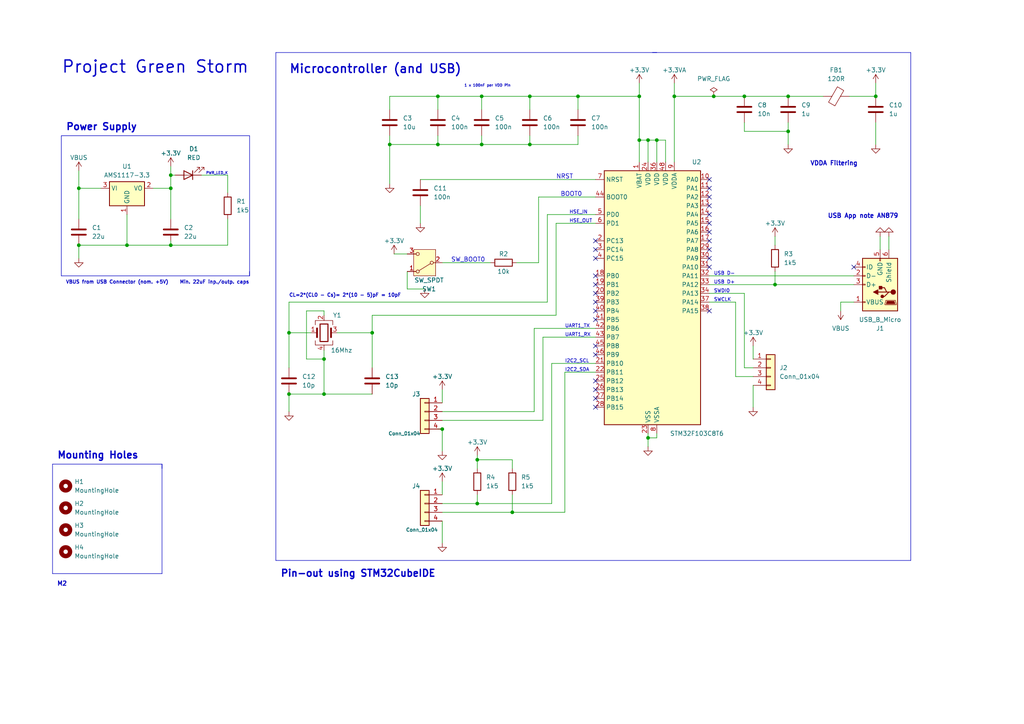
<source format=kicad_sch>
(kicad_sch (version 20230121) (generator eeschema)
  (paper "A4")
  (title_block (title "Project Green Storm") (date "2024-01-06") (rev "0.1") (company "Hotsauce Labs"))
  (lib_symbols
    (symbol "Connector:USB_B_Micro" (pin_names (offset 1.016))
      (property "Reference" "J" (at -5.08 11.43 0))
      (property "Value" "USB_B_Micro" (at -5.08 8.89 0))
      (symbol "USB_B_Micro_0_1"
        (rectangle (start -5.08 -7.62) (end 5.08 7.62) (stroke (width 0.254)) (fill (type background)))
        (circle (center -3.81 2.159) (radius 0.635) (stroke (width 0.254)) (fill (type outline)))
        (circle (center -0.635 3.429) (radius 0.381) (stroke (width 0.254)) (fill (type outline)))
        (rectangle (start -0.127 -7.62) (end 0.127 -6.858))
        (polyline (pts (xy -1.905 2.159) (xy 0.635 2.159)) (stroke (width 0.254)))
        (polyline (pts (xy -3.175 2.159) (xy -2.54 2.159) (xy -1.27 3.429) (xy -0.635 3.429)) (stroke (width 0.254)))
        (polyline (pts (xy -2.54 2.159) (xy -1.905 2.159) (xy -1.27 0.889) (xy 0 0.889)) (stroke (width 0.254)))
        (polyline (pts (xy 0.635 2.794) (xy 0.635 1.524) (xy 1.905 2.159) (xy 0.635 2.794)) (stroke (width 0.254)) (fill (type outline)))
        (polyline (pts (xy -4.318 5.588) (xy -1.778 5.588) (xy -2.032 4.826) (xy -4.064 4.826) (xy -4.318 5.588)) (fill (type outline)))
        (polyline (pts (xy -4.699 5.842) (xy -4.699 5.588) (xy -4.445 4.826) (xy -4.445 4.572) (xy -1.651 4.572) (xy -1.651 4.826) (xy -1.397 5.588) (xy -1.397 5.842) (xy -4.699 5.842)))
        (rectangle (start 0.254 1.27) (end -0.508 0.508) (stroke (width 0.254)) (fill (type outline)))
        (rectangle (start 5.08 -5.207) (end 4.318 -4.953))
        (rectangle (start 5.08 -2.667) (end 4.318 -2.413))
        (rectangle (start 5.08 -0.127) (end 4.318 0.127))
        (rectangle (start 5.08 4.953) (end 4.318 5.207))
      )
      (symbol "USB_B_Micro_1_1"
        (pin power_out line (at 7.62 5.08 180) (length 2.54) (name "VBUS") (number "1"))
        (pin bidirectional line (at 7.62 -2.54 180) (length 2.54) (name "D-") (number "2"))
        (pin bidirectional line (at 7.62 0 180) (length 2.54) (name "D+") (number "3"))
        (pin passive line (at 7.62 -5.08 180) (length 2.54) (name "ID") (number "4"))
        (pin power_out line (at 0 -10.16 90) (length 2.54) (name "GND") (number "5"))
        (pin passive line (at -2.54 -10.16 90) (length 2.54) (name "Shield") (number "6"))
      )
    )
    (symbol "Connector_Generic:Conn_01x04" (pin_names (offset 1.016) hide)
      (property "Reference" "J" (at 0 5.08 0))
      (property "Value" "Conn_01x04" (at 0 -7.62 0))
      (symbol "Conn_01x04_1_1"
        (rectangle (start -1.27 -4.953) (end 0 -5.207) (stroke (width 0.1524)))
        (rectangle (start -1.27 -2.413) (end 0 -2.667) (stroke (width 0.1524)))
        (rectangle (start -1.27 0.127) (end 0 -0.127) (stroke (width 0.1524)))
        (rectangle (start -1.27 2.667) (end 0 2.413) (stroke (width 0.1524)))
        (rectangle (start -1.27 3.81) (end 1.27 -6.35) (stroke (width 0.254)) (fill (type background)))
        (pin passive line (at -5.08 2.54 0) (length 3.81) (name "Pin_1") (number "1"))
        (pin passive line (at -5.08 0 0) (length 3.81) (name "Pin_2") (number "2"))
        (pin passive line (at -5.08 -2.54 0) (length 3.81) (name "Pin_3") (number "3"))
        (pin passive line (at -5.08 -5.08 0) (length 3.81) (name "Pin_4") (number "4"))
      )
    )
    (symbol "Device:C" (pin_numbers hide) (pin_names (offset 0.254))
      (property "Reference" "C" (at 0.635 2.54 0))
      (property "Value" "C" (at 0.635 -2.54 0))
      (symbol "C_0_1"
        (polyline (pts (xy -2.032 -0.762) (xy 2.032 -0.762)) (stroke (width 0.508)))
        (polyline (pts (xy -2.032 0.762) (xy 2.032 0.762)) (stroke (width 0.508)))
      )
      (symbol "C_1_1"
        (pin passive line (at 0 3.81 270) (length 2.794) (name "~") (number "1"))
        (pin passive line (at 0 -3.81 90) (length 2.794) (name "~") (number "2"))
      )
    )
    (symbol "Device:Crystal_GND24" (pin_names (offset 1.016) hide)
      (property "Reference" "Y" (at 3.175 5.08 0))
      (property "Value" "Crystal_GND24" (at 3.175 3.175 0))
      (symbol "Crystal_GND24_0_1"
        (rectangle (start -1.143 2.54) (end 1.143 -2.54) (stroke (width 0.3048)))
        (polyline (pts (xy -2.54 0) (xy -2.032 0)))
        (polyline (pts (xy -2.032 -1.27) (xy -2.032 1.27)) (stroke (width 0.508)))
        (polyline (pts (xy 0 -3.81) (xy 0 -3.556)))
        (polyline (pts (xy 0 3.556) (xy 0 3.81)))
        (polyline (pts (xy 2.032 -1.27) (xy 2.032 1.27)) (stroke (width 0.508)))
        (polyline (pts (xy 2.032 0) (xy 2.54 0)))
        (polyline (pts (xy -2.54 -2.286) (xy -2.54 -3.556) (xy 2.54 -3.556) (xy 2.54 -2.286)))
        (polyline (pts (xy -2.54 2.286) (xy -2.54 3.556) (xy 2.54 3.556) (xy 2.54 2.286)))
      )
      (symbol "Crystal_GND24_1_1"
        (pin passive line (at -3.81 0 0) (length 1.27) (name "1") (number "1"))
        (pin passive line (at 0 5.08 270) (length 1.27) (name "2") (number "2"))
        (pin passive line (at 3.81 0 180) (length 1.27) (name "3") (number "3"))
        (pin passive line (at 0 -5.08 90) (length 1.27) (name "4") (number "4"))
      )
    )
    (symbol "Device:FerriteBead" (pin_numbers hide) (pin_names (offset 0))
      (property "Reference" "FB" (at -3.81 0.635 90))
      (property "Value" "FerriteBead" (at 3.81 0 90))
      (symbol "FerriteBead_0_1"
        (polyline (pts (xy 0 -1.27) (xy 0 -1.2192)))
        (polyline (pts (xy 0 1.27) (xy 0 1.2954)))
        (polyline (pts (xy -2.7686 0.4064) (xy -1.7018 2.2606) (xy 2.7686 -0.3048) (xy 1.6764 -2.159) (xy -2.7686 0.4064)))
      )
      (symbol "FerriteBead_1_1"
        (pin passive line (at 0 3.81 270) (length 2.54) (name "~") (number "1"))
        (pin passive line (at 0 -3.81 90) (length 2.54) (name "~") (number "2"))
      )
    )
    (symbol "Device:LED" (pin_numbers hide) (pin_names (offset 1.016) hide)
      (property "Reference" "D" (at 0 2.54 0))
      (property "Value" "LED" (at 0 -2.54 0))
      (symbol "LED_0_1"
        (polyline (pts (xy -1.27 -1.27) (xy -1.27 1.27)) (stroke (width 0.254)))
        (polyline (pts (xy -1.27 0) (xy 1.27 0)))
        (polyline (pts (xy 1.27 -1.27) (xy 1.27 1.27) (xy -1.27 0) (xy 1.27 -1.27)) (stroke (width 0.254)))
        (polyline (pts (xy -3.048 -0.762) (xy -4.572 -2.286) (xy -3.81 -2.286) (xy -4.572 -2.286) (xy -4.572 -1.524)))
        (polyline (pts (xy -1.778 -0.762) (xy -3.302 -2.286) (xy -2.54 -2.286) (xy -3.302 -2.286) (xy -3.302 -1.524)))
      )
      (symbol "LED_1_1"
        (pin passive line (at -3.81 0 0) (length 2.54) (name "K") (number "1"))
        (pin passive line (at 3.81 0 180) (length 2.54) (name "A") (number "2"))
      )
    )
    (symbol "Device:R" (pin_numbers hide) (pin_names (offset 0) hide)
      (property "Reference" "R" (at 2.032 0 90))
      (property "Value" "R" (at 0 0 90))
      (symbol "R_0_1"
        (rectangle (start -1.016 -2.54) (end 1.016 2.54) (stroke (width 0.254)))
      )
      (symbol "R_1_1"
        (pin passive line (at 0 3.81 270) (length 1.27) (name "~") (number "1"))
        (pin passive line (at 0 -3.81 90) (length 1.27) (name "~") (number "2"))
      )
    )
    (symbol "GND_1" (power) (pin_numbers hide) (pin_names (offset 0) hide)
      (property "Value" "GND_1" (at 0 -3.81 0))
      (symbol "GND_1_0_1"
        (polyline (pts (xy 0 0) (xy 0 -1.27) (xy 1.27 -1.27) (xy 0 -2.54) (xy -1.27 -1.27) (xy 0 -1.27)))
      )
      (symbol "GND_1_1_1"
        (pin power_in line (at 0 0 270) (length 0) hide (name "GND") (number "1"))
      )
    )
    (symbol "GND_2" (power) (pin_numbers hide) (pin_names (offset 0) hide)
      (property "Value" "GND_2" (at 0 -3.81 0))
      (symbol "GND_2_0_1"
        (polyline (pts (xy 0 0) (xy 0 -1.27) (xy 1.27 -1.27) (xy 0 -2.54) (xy -1.27 -1.27) (xy 0 -1.27)))
      )
      (symbol "GND_2_1_1"
        (pin power_in line (at 0 0 270) (length 0) hide (name "GND") (number "1"))
      )
    )
    (symbol "MCU_ST_STM32F1:STM32F103C8Tx"
      (property "Reference" "U" (at -12.7 39.37 0))
      (property "Value" "STM32F103C8Tx" (at 10.16 39.37 0))
      (symbol "STM32F103C8Tx_0_1"
        (rectangle (start -12.7 -35.56) (end 15.24 38.1) (stroke (width 0.254)) (fill (type background)))
      )
      (symbol "STM32F103C8Tx_1_1"
        (pin power_in line (at -2.54 40.64 270) (length 2.54) (name "VBAT") (number "1"))
        (pin bidirectional line (at 17.78 35.56 180) (length 2.54) (name "PA0") (number "10"))
        (pin bidirectional line (at 17.78 33.02 180) (length 2.54) (name "PA1") (number "11"))
        (pin bidirectional line (at 17.78 30.48 180) (length 2.54) (name "PA2") (number "12"))
        (pin bidirectional line (at 17.78 27.94 180) (length 2.54) (name "PA3") (number "13"))
        (pin bidirectional line (at 17.78 25.4 180) (length 2.54) (name "PA4") (number "14"))
        (pin bidirectional line (at 17.78 22.86 180) (length 2.54) (name "PA5") (number "15"))
        (pin bidirectional line (at 17.78 20.32 180) (length 2.54) (name "PA6") (number "16"))
        (pin bidirectional line (at 17.78 17.78 180) (length 2.54) (name "PA7") (number "17"))
        (pin bidirectional line (at -15.24 7.62 0) (length 2.54) (name "PB0") (number "18"))
        (pin bidirectional line (at -15.24 5.08 0) (length 2.54) (name "PB1") (number "19"))
        (pin bidirectional line (at -15.24 17.78 0) (length 2.54) (name "PC13") (number "2"))
        (pin bidirectional line (at -15.24 2.54 0) (length 2.54) (name "PB2") (number "20"))
        (pin bidirectional line (at -15.24 -17.78 0) (length 2.54) (name "PB10") (number "21"))
        (pin bidirectional line (at -15.24 -20.32 0) (length 2.54) (name "PB11") (number "22"))
        (pin power_in line (at 0 -38.1 90) (length 2.54) (name "VSS") (number "23"))
        (pin power_in line (at 0 40.64 270) (length 2.54) (name "VDD") (number "24"))
        (pin bidirectional line (at -15.24 -22.86 0) (length 2.54) (name "PB12") (number "25"))
        (pin bidirectional line (at -15.24 -25.4 0) (length 2.54) (name "PB13") (number "26"))
        (pin bidirectional line (at -15.24 -27.94 0) (length 2.54) (name "PB14") (number "27"))
        (pin bidirectional line (at -15.24 -30.48 0) (length 2.54) (name "PB15") (number "28"))
        (pin bidirectional line (at 17.78 15.24 180) (length 2.54) (name "PA8") (number "29"))
        (pin bidirectional line (at -15.24 15.24 0) (length 2.54) (name "PC14") (number "3"))
        (pin bidirectional line (at 17.78 12.7 180) (length 2.54) (name "PA9") (number "30"))
        (pin bidirectional line (at 17.78 10.16 180) (length 2.54) (name "PA10") (number "31"))
        (pin bidirectional line (at 17.78 7.62 180) (length 2.54) (name "PA11") (number "32"))
        (pin bidirectional line (at 17.78 5.08 180) (length 2.54) (name "PA12") (number "33"))
        (pin bidirectional line (at 17.78 2.54 180) (length 2.54) (name "PA13") (number "34"))
        (pin passive line (at 0 -38.1 90) (length 2.54) hide (name "VSS") (number "35"))
        (pin power_in line (at 2.54 40.64 270) (length 2.54) (name "VDD") (number "36"))
        (pin bidirectional line (at 17.78 0 180) (length 2.54) (name "PA14") (number "37"))
        (pin bidirectional line (at 17.78 -2.54 180) (length 2.54) (name "PA15") (number "38"))
        (pin bidirectional line (at -15.24 0 0) (length 2.54) (name "PB3") (number "39"))
        (pin bidirectional line (at -15.24 12.7 0) (length 2.54) (name "PC15") (number "4"))
        (pin bidirectional line (at -15.24 -2.54 0) (length 2.54) (name "PB4") (number "40"))
        (pin bidirectional line (at -15.24 -5.08 0) (length 2.54) (name "PB5") (number "41"))
        (pin bidirectional line (at -15.24 -7.62 0) (length 2.54) (name "PB6") (number "42"))
        (pin bidirectional line (at -15.24 -10.16 0) (length 2.54) (name "PB7") (number "43"))
        (pin input line (at -15.24 30.48 0) (length 2.54) (name "BOOT0") (number "44"))
        (pin bidirectional line (at -15.24 -12.7 0) (length 2.54) (name "PB8") (number "45"))
        (pin bidirectional line (at -15.24 -15.24 0) (length 2.54) (name "PB9") (number "46"))
        (pin passive line (at 0 -38.1 90) (length 2.54) hide (name "VSS") (number "47"))
        (pin power_in line (at 5.08 40.64 270) (length 2.54) (name "VDD") (number "48"))
        (pin bidirectional line (at -15.24 25.4 0) (length 2.54) (name "PD0") (number "5"))
        (pin bidirectional line (at -15.24 22.86 0) (length 2.54) (name "PD1") (number "6"))
        (pin input line (at -15.24 35.56 0) (length 2.54) (name "NRST") (number "7"))
        (pin power_in line (at 2.54 -38.1 90) (length 2.54) (name "VSSA") (number "8"))
        (pin power_in line (at 7.62 40.64 270) (length 2.54) (name "VDDA") (number "9"))
      )
    )
    (symbol "Mechanical:MountingHole" (pin_names (offset 1.016))
      (property "Reference" "H" (at 0 5.08 0))
      (property "Value" "MountingHole" (at 0 3.175 0))
      (symbol "MountingHole_0_1"
        (circle (center 0 0) (radius 1.27) (stroke (width 1.27)))
      )
    )
    (symbol "R_1" (pin_numbers hide) (pin_names (offset 0))
      (property "Reference" "R" (at 2.032 0 90))
      (property "Value" "R" (at 0 0 90))
      (symbol "R_1_0_1"
        (rectangle (start -1.016 -2.54) (end 1.016 2.54) (stroke (width 0.254)))
      )
      (symbol "R_1_1_1"
        (pin passive line (at 0 3.81 270) (length 1.27) (name "~") (number "1"))
        (pin passive line (at 0 -3.81 90) (length 1.27) (name "~") (number "2"))
      )
    )
    (symbol "R_2" (pin_numbers hide) (pin_names (offset 0))
      (property "Reference" "R" (at 2.032 0 90))
      (property "Value" "R" (at 0 0 90))
      (symbol "R_2_0_1"
        (rectangle (start -1.016 -2.54) (end 1.016 2.54) (stroke (width 0.254)))
      )
      (symbol "R_2_1_1"
        (pin passive line (at 0 3.81 270) (length 1.27) (name "~") (number "1"))
        (pin passive line (at 0 -3.81 90) (length 1.27) (name "~") (number "2"))
      )
    )
    (symbol "Regulator_Linear:AMS1117-3.3"
      (property "Reference" "U" (at -3.81 3.175 0))
      (property "Value" "AMS1117-3.3" (at 0 3.175 0))
      (symbol "AMS1117-3.3_0_1"
        (rectangle (start -5.08 -5.08) (end 5.08 1.905) (stroke (width 0.254)) (fill (type background)))
      )
      (symbol "AMS1117-3.3_1_1"
        (pin power_in line (at 0 -7.62 90) (length 2.54) (name "GND") (number "1"))
        (pin power_out line (at 7.62 0 180) (length 2.54) (name "VO") (number "2"))
        (pin power_in line (at -7.62 0 0) (length 2.54) (name "VI") (number "3"))
      )
    )
    (symbol "Switch:SW_SPDT" (pin_names (offset 0) hide)
      (property "Reference" "SW" (at 0 5.08 0))
      (property "Value" "SW_SPDT" (at 0 -5.08 0))
      (symbol "SW_SPDT_0_1"
        (circle (center -2.032 0) (radius 0.4572))
        (polyline (pts (xy -1.651 0.254) (xy 1.651 2.286)))
        (circle (center 2.032 -2.54) (radius 0.4572))
        (circle (center 2.032 2.54) (radius 0.4572))
      )
      (symbol "SW_SPDT_1_1"
        (rectangle (start -3.175 3.81) (end 3.175 -3.81) (fill (type background)))
        (pin passive line (at 5.08 2.54 180) (length 2.54) (name "A") (number "1"))
        (pin passive line (at -5.08 0 0) (length 2.54) (name "B") (number "2"))
        (pin passive line (at 5.08 -2.54 180) (length 2.54) (name "C") (number "3"))
      )
    )
    (symbol "power:+3.3V" (power) (pin_numbers hide) (pin_names (offset 0) hide)
      (property "Value" "+3.3V" (at 0 3.556 0))
      (symbol "+3.3V_0_1"
        (polyline (pts (xy -0.762 1.27) (xy 0 2.54)))
        (polyline (pts (xy 0 0) (xy 0 2.54)))
        (polyline (pts (xy 0 2.54) (xy 0.762 1.27)))
      )
      (symbol "+3.3V_1_1"
        (pin power_in line (at 0 0 90) (length 0) hide (name "+3.3V") (number "1"))
      )
    )
    (symbol "power:+3.3VA" (power) (pin_numbers hide) (pin_names (offset 0) hide)
      (property "Value" "+3.3VA" (at 0 3.556 0))
      (symbol "+3.3VA_0_1"
        (polyline (pts (xy -0.762 1.27) (xy 0 2.54)))
        (polyline (pts (xy 0 0) (xy 0 2.54)))
        (polyline (pts (xy 0 2.54) (xy 0.762 1.27)))
      )
      (symbol "+3.3VA_1_1"
        (pin power_in line (at 0 0 90) (length 0) hide (name "+3.3VA") (number "1"))
      )
    )
    (symbol "power:PWR_FLAG" (power) (pin_numbers hide) (pin_names (offset 0) hide)
      (property "Value" "PWR_FLAG" (at 0 3.81 0))
      (symbol "PWR_FLAG_0_0"
        (pin power_out line (at 0 0 90) (length 0) (name "pwr") (number "1"))
      )
      (symbol "PWR_FLAG_0_1"
        (polyline (pts (xy 0 0) (xy 0 1.27) (xy -1.016 1.905) (xy 0 2.54) (xy 1.016 1.905) (xy 0 1.27)))
      )
    )
    (symbol "power:VBUS" (power) (pin_numbers hide) (pin_names (offset 0) hide)
      (property "Value" "VBUS" (at 0 3.81 0))
      (symbol "VBUS_0_1"
        (polyline (pts (xy -0.762 1.27) (xy 0 2.54)))
        (polyline (pts (xy 0 0) (xy 0 2.54)))
        (polyline (pts (xy 0 2.54) (xy 0.762 1.27)))
      )
      (symbol "VBUS_1_1"
        (pin power_in line (at 0 0 90) (length 0) hide (name "VBUS") (number "1"))
      )
    )
  )
  (junction (at 93.98 114.3))
  (junction (at 113.03 41.91))
  (junction (at 138.43 146.05))
  (junction (at 215.9 27.94))
  (junction (at 228.6 27.94))
  (junction (at 49.53 50.8))
  (junction (at 22.86 54.61))
  (junction (at 185.42 27.94))
  (junction (at 127 41.91))
  (junction (at 167.64 27.94))
  (junction (at 138.43 133.35))
  (junction (at 187.96 127))
  (junction (at 254 27.94))
  (junction (at 148.59 148.59))
  (junction (at 190.5 40.64))
  (junction (at 49.53 54.61))
  (junction (at 228.6 38.1))
  (junction (at 93.98 104.14))
  (junction (at 83.82 96.52))
  (junction (at 107.95 96.52))
  (junction (at 139.7 27.94))
  (junction (at 139.7 41.91))
  (junction (at 127 27.94))
  (junction (at 83.82 114.3))
  (junction (at 207.01 27.94))
  (junction (at 195.58 27.94))
  (junction (at 128.27 124.46))
  (junction (at 36.83 71.12))
  (junction (at 153.67 27.94))
  (junction (at 224.79 82.55))
  (junction (at 187.96 40.64))
  (junction (at 153.67 41.91))
  (junction (at 185.42 40.64))
  (junction (at 49.53 71.12))
  (junction (at 22.86 71.12))
  (no_connect (at 205.74 62.23))
  (no_connect (at 172.72 80.01))
  (no_connect (at 205.74 54.61))
  (no_connect (at 172.72 102.87))
  (no_connect (at 205.74 90.17))
  (no_connect (at 205.74 59.69))
  (no_connect (at 205.74 77.47))
  (no_connect (at 172.72 69.85))
  (no_connect (at 172.72 85.09))
  (no_connect (at 172.72 92.71))
  (no_connect (at 172.72 87.63))
  (no_connect (at 172.72 82.55))
  (no_connect (at 247.65 77.47))
  (no_connect (at 172.72 100.33))
  (no_connect (at 172.72 74.93))
  (no_connect (at 172.72 118.11))
  (no_connect (at 172.72 113.03))
  (no_connect (at 172.72 110.49))
  (no_connect (at 205.74 57.15))
  (no_connect (at 172.72 115.57))
  (no_connect (at 205.74 74.93))
  (no_connect (at 205.74 72.39))
  (no_connect (at 172.72 90.17))
  (no_connect (at 205.74 64.77))
  (no_connect (at 205.74 67.31))
  (no_connect (at 172.72 72.39))
  (no_connect (at 205.74 69.85))
  (no_connect (at 205.74 52.07))
  (wire (pts (xy 128.27 124.46) (xy 128.27 130.81)))
  (wire (pts (xy 187.96 127) (xy 187.96 129.54)))
  (wire (pts (xy 113.03 41.91) (xy 113.03 53.34)))
  (wire (pts (xy 224.79 68.58) (xy 224.79 71.12)))
  (wire (pts (xy 148.59 148.59) (xy 163.83 148.59)))
  (wire (pts (xy 154.94 95.25) (xy 154.94 119.38)))
  (wire (pts (xy 228.6 27.94) (xy 238.76 27.94)))
  (wire (pts (xy 149.86 76.2) (xy 156.21 76.2)))
  (wire (pts (xy 185.42 27.94) (xy 185.42 40.64)))
  (wire (pts (xy 93.98 114.3) (xy 107.95 114.3)))
  (polyline (pts (xy 190.5 15.24) (xy 80.01 15.24)))
  (wire (pts (xy 139.7 27.94) (xy 139.7 31.75)))
  (wire (pts (xy 218.44 100.33) (xy 218.44 104.14)))
  (wire (pts (xy 160.02 105.41) (xy 172.72 105.41)))
  (wire (pts (xy 36.83 71.12) (xy 49.53 71.12)))
  (wire (pts (xy 153.67 41.91) (xy 167.64 41.91)))
  (wire (pts (xy 138.43 133.35) (xy 148.59 133.35)))
  (wire (pts (xy 107.95 96.52) (xy 107.95 91.44)))
  (wire (pts (xy 49.53 50.8) (xy 50.8 50.8)))
  (wire (pts (xy 93.98 104.14) (xy 93.98 114.3)))
  (wire (pts (xy 66.04 50.8) (xy 66.04 55.88)))
  (wire (pts (xy 83.82 87.63) (xy 158.75 87.63)))
  (wire (pts (xy 187.96 125.73) (xy 187.96 127)))
  (wire (pts (xy 160.02 105.41) (xy 160.02 146.05)))
  (wire (pts (xy 195.58 24.13) (xy 195.58 27.94)))
  (wire (pts (xy 153.67 27.94) (xy 153.67 31.75)))
  (wire (pts (xy 185.42 40.64) (xy 187.96 40.64)))
  (wire (pts (xy 113.03 39.37) (xy 113.03 41.91)))
  (wire (pts (xy 118.11 78.74) (xy 118.11 83.82)))
  (wire (pts (xy 22.86 71.12) (xy 22.86 74.93)))
  (wire (pts (xy 228.6 38.1) (xy 215.9 38.1)))
  (wire (pts (xy 22.86 71.12) (xy 36.83 71.12)))
  (wire (pts (xy 49.53 50.8) (xy 49.53 54.61)))
  (polyline (pts (xy 72.39 39.37) (xy 17.78 39.37)))
  (wire (pts (xy 161.29 64.77) (xy 172.72 64.77)))
  (wire (pts (xy 255.27 68.58) (xy 255.27 72.39)))
  (wire (pts (xy 49.53 69.85) (xy 49.53 71.12)))
  (wire (pts (xy 215.9 106.68) (xy 218.44 106.68)))
  (wire (pts (xy 88.9 90.17) (xy 88.9 104.14)))
  (wire (pts (xy 148.59 135.89) (xy 148.59 133.35)))
  (wire (pts (xy 190.5 40.64) (xy 190.5 46.99)))
  (wire (pts (xy 157.48 121.92) (xy 128.27 121.92)))
  (wire (pts (xy 213.36 109.22) (xy 218.44 109.22)))
  (wire (pts (xy 167.64 31.75) (xy 167.64 27.94)))
  (wire (pts (xy 49.53 54.61) (xy 44.45 54.61)))
  (polyline (pts (xy 72.39 78.74) (xy 72.39 80.01)))
  (wire (pts (xy 243.84 87.63) (xy 247.65 87.63)))
  (polyline (pts (xy 46.99 134.62) (xy 15.24 134.62)))
  (polyline (pts (xy 17.78 39.37) (xy 17.78 80.01)))
  (polyline (pts (xy 46.99 166.37) (xy 15.24 166.37)))
  (wire (pts (xy 228.6 38.1) (xy 228.6 41.91)))
  (wire (pts (xy 36.83 62.23) (xy 36.83 71.12)))
  (wire (pts (xy 205.74 87.63) (xy 213.36 87.63)))
  (wire (pts (xy 128.27 151.13) (xy 128.27 157.48)))
  (wire (pts (xy 167.64 39.37) (xy 167.64 41.91)))
  (polyline (pts (xy 15.24 166.37) (xy 15.24 134.62)))
  (wire (pts (xy 205.74 82.55) (xy 224.79 82.55)))
  (wire (pts (xy 22.86 49.53) (xy 22.86 54.61)))
  (wire (pts (xy 127 41.91) (xy 139.7 41.91)))
  (wire (pts (xy 114.3 73.66) (xy 118.11 73.66)))
  (wire (pts (xy 58.42 50.8) (xy 66.04 50.8)))
  (wire (pts (xy 121.92 59.69) (xy 121.92 64.77)))
  (wire (pts (xy 90.17 96.52) (xy 83.82 96.52)))
  (wire (pts (xy 66.04 63.5) (xy 66.04 71.12)))
  (wire (pts (xy 139.7 39.37) (xy 139.7 41.91)))
  (wire (pts (xy 154.94 119.38) (xy 128.27 119.38)))
  (wire (pts (xy 213.36 87.63) (xy 213.36 109.22)))
  (wire (pts (xy 215.9 85.09) (xy 215.9 106.68)))
  (wire (pts (xy 22.86 63.5) (xy 22.86 54.61)))
  (wire (pts (xy 187.96 127) (xy 190.5 127)))
  (wire (pts (xy 154.94 95.25) (xy 172.72 95.25)))
  (wire (pts (xy 228.6 35.56) (xy 228.6 38.1)))
  (wire (pts (xy 139.7 41.91) (xy 153.67 41.91)))
  (wire (pts (xy 157.48 97.79) (xy 172.72 97.79)))
  (wire (pts (xy 195.58 27.94) (xy 207.01 27.94)))
  (wire (pts (xy 215.9 27.94) (xy 228.6 27.94)))
  (wire (pts (xy 246.38 27.94) (xy 254 27.94)))
  (wire (pts (xy 156.21 57.15) (xy 156.21 76.2)))
  (wire (pts (xy 93.98 101.6) (xy 93.98 104.14)))
  (wire (pts (xy 254 35.56) (xy 254 41.91)))
  (wire (pts (xy 128.27 76.2) (xy 142.24 76.2)))
  (wire (pts (xy 128.27 146.05) (xy 138.43 146.05)))
  (polyline (pts (xy 264.16 15.24) (xy 189.23 15.24)))
  (wire (pts (xy 107.95 96.52) (xy 107.95 106.68)))
  (wire (pts (xy 49.53 48.26) (xy 49.53 50.8)))
  (polyline (pts (xy 72.39 80.01) (xy 72.39 39.37)))
  (wire (pts (xy 138.43 132.08) (xy 138.43 133.35)))
  (wire (pts (xy 257.81 68.58) (xy 257.81 72.39)))
  (wire (pts (xy 83.82 114.3) (xy 93.98 114.3)))
  (wire (pts (xy 113.03 41.91) (xy 127 41.91)))
  (wire (pts (xy 207.01 27.94) (xy 215.9 27.94)))
  (wire (pts (xy 127 27.94) (xy 127 31.75)))
  (wire (pts (xy 243.84 87.63) (xy 243.84 90.17)))
  (wire (pts (xy 127 27.94) (xy 113.03 27.94)))
  (polyline (pts (xy 80.01 15.24) (xy 80.01 162.56)))
  (wire (pts (xy 187.96 40.64) (xy 190.5 40.64)))
  (wire (pts (xy 97.79 96.52) (xy 107.95 96.52)))
  (wire (pts (xy 190.5 125.73) (xy 190.5 127)))
  (wire (pts (xy 128.27 113.03) (xy 128.27 116.84)))
  (wire (pts (xy 185.42 24.13) (xy 185.42 27.94)))
  (wire (pts (xy 121.92 52.07) (xy 172.72 52.07)))
  (wire (pts (xy 158.75 62.23) (xy 172.72 62.23)))
  (wire (pts (xy 93.98 91.44) (xy 93.98 90.17)))
  (polyline (pts (xy 17.78 80.01) (xy 72.39 80.01)))
  (wire (pts (xy 158.75 87.63) (xy 158.75 62.23)))
  (wire (pts (xy 205.74 85.09) (xy 215.9 85.09)))
  (wire (pts (xy 83.82 114.3) (xy 83.82 119.38)))
  (wire (pts (xy 138.43 146.05) (xy 160.02 146.05)))
  (wire (pts (xy 22.86 54.61) (xy 29.21 54.61)))
  (wire (pts (xy 93.98 90.17) (xy 88.9 90.17)))
  (wire (pts (xy 224.79 78.74) (xy 224.79 82.55)))
  (wire (pts (xy 49.53 63.5) (xy 49.53 54.61)))
  (polyline (pts (xy 80.01 162.56) (xy 264.16 162.56)))
  (wire (pts (xy 157.48 97.79) (xy 157.48 121.92)))
  (wire (pts (xy 163.83 107.95) (xy 172.72 107.95)))
  (wire (pts (xy 139.7 27.94) (xy 127 27.94)))
  (wire (pts (xy 156.21 57.15) (xy 172.72 57.15)))
  (wire (pts (xy 215.9 35.56) (xy 215.9 38.1)))
  (wire (pts (xy 127 39.37) (xy 127 41.91)))
  (wire (pts (xy 205.74 80.01) (xy 247.65 80.01)))
  (wire (pts (xy 254 24.13) (xy 254 27.94)))
  (wire (pts (xy 224.79 82.55) (xy 247.65 82.55)))
  (wire (pts (xy 83.82 96.52) (xy 83.82 106.68)))
  (wire (pts (xy 190.5 40.64) (xy 193.04 40.64)))
  (wire (pts (xy 49.53 71.12) (xy 66.04 71.12)))
  (wire (pts (xy 83.82 96.52) (xy 83.82 87.63)))
  (wire (pts (xy 187.96 40.64) (xy 187.96 46.99)))
  (wire (pts (xy 161.29 91.44) (xy 161.29 64.77)))
  (polyline (pts (xy 46.99 134.62) (xy 46.99 135.89)))
  (wire (pts (xy 195.58 27.94) (xy 195.58 46.99)))
  (wire (pts (xy 113.03 27.94) (xy 113.03 31.75)))
  (polyline (pts (xy 264.16 162.56) (xy 264.16 15.24)))
  (wire (pts (xy 88.9 104.14) (xy 93.98 104.14)))
  (wire (pts (xy 107.95 91.44) (xy 161.29 91.44)))
  (wire (pts (xy 128.27 139.7) (xy 128.27 143.51)))
  (wire (pts (xy 127 124.46) (xy 128.27 124.46)))
  (wire (pts (xy 185.42 40.64) (xy 185.42 46.99)))
  (wire (pts (xy 148.59 143.51) (xy 148.59 148.59)))
  (wire (pts (xy 118.11 83.82) (xy 123.19 83.82)))
  (wire (pts (xy 167.64 27.94) (xy 153.67 27.94)))
  (wire (pts (xy 193.04 40.64) (xy 193.04 46.99)))
  (wire (pts (xy 218.44 111.76) (xy 218.44 118.11)))
  (wire (pts (xy 163.83 107.95) (xy 163.83 148.59)))
  (polyline (pts (xy 46.99 166.37) (xy 46.99 134.62)))
  (wire (pts (xy 153.67 27.94) (xy 139.7 27.94)))
  (wire (pts (xy 138.43 133.35) (xy 138.43 135.89)))
  (wire (pts (xy 153.67 39.37) (xy 153.67 41.91)))
  (wire (pts (xy 128.27 148.59) (xy 148.59 148.59)))
  (wire (pts (xy 138.43 143.51) (xy 138.43 146.05)))
  (wire (pts (xy 167.64 27.94) (xy 185.42 27.94)))
  (text "HSE_IN" (at 165.1 62.23 0) (effects (font (size 1 1)) (justify left bottom)))
  (text "USB D-" (at 207.01 80.01 0) (effects (font (size 1 1)) (justify left bottom)))
  (text "I2C2_SDA" (at 163.83 107.95 0) (effects (font (size 1 1)) (justify left bottom)))
  (text "I2C2_SCL" (at 163.83 105.41 0) (effects (font (size 1 1)) (justify left bottom)))
  (text "Min. 22uF inp./outp. caps" (at 52.07 82.55 0) (effects (font (size 1 1) bold) (justify left bottom)))
  (text "VDDA Filtering" (at 234.95 48.26 0) (effects (font (size 1.27 1.27) bold) (justify left bottom)))
  (text "CL=2*(CL0 - Cs)= 2*(10 - 5)pF = 10pF" (at 83.82 86.36 0) (effects (font (size 1 1) bold) (justify left bottom)))
  (text "NRST" (at 161.29 52.07 0) (effects (font (size 1.27 1.27)) (justify left bottom)))
  (text "Power Supply" (at 19.05 38.1 0) (effects (font (size 2 2) (thickness 0.4) bold) (justify left bottom)))
  (text "BOOT0" (at 162.56 57.15 0) (effects (font (size 1.27 1.27)) (justify left bottom)))
  (text "Microcontroller (and USB)" (at 83.82 21.59 0) (effects (font (size 2.5 2.5) (thickness 0.4) bold) (justify left bottom)))
  (text "USB App note AN879" (at 240.03 63.5 0) (effects (font (size 1.27 1.27) bold) (justify left bottom)))
  (text "Mounting Holes" (at 16.51 133.35 0) (effects (font (size 2 2) (thickness 0.4) bold) (justify left bottom)))
  (text "SWDI0" (at 207.01 85.09 0) (effects (font (size 1 1)) (justify left bottom)))
  (text "Pin-out using STM32CubeIDE" (at 81.28 167.64 0) (effects (font (size 2 2) bold) (justify left bottom)))
  (text "Project Green Storm" (at 17.78 21.59 0) (effects (font (size 3.5 3.5) (thickness 0.4) bold) (justify left bottom)))
  (text "VBUS from USB Connector (nom. +5V)" (at 19.05 82.55 0) (effects (font (size 1 1) bold) (justify left bottom)))
  (text "M2" (at 16.51 170.18 0) (effects (font (size 1.27 1.27) bold) (justify left bottom)))
  (text "1 x 100nF per VDD Pin" (at 134.62 25.4 0) (effects (font (size 0.75 0.75) bold) (justify left bottom)))
  (text "UART1_RX" (at 163.83 97.79 0) (effects (font (size 1 1)) (justify left bottom)))
  (text "PWR_LED_K" (at 59.69 50.8 0) (effects (font (size 0.75 0.75)) (justify left bottom)))
  (text "UART1_TX" (at 163.83 95.25 0) (effects (font (size 1 1)) (justify left bottom)))
  (text "SWCLK" (at 207.01 87.63 0) (effects (font (size 1 1)) (justify left bottom)))
  (text "HSE_OUT" (at 165.1 64.77 0) (effects (font (size 1 1)) (justify left bottom)))
  (text "USB D+" (at 207.01 82.55 0) (effects (font (size 1 1)) (justify left bottom)))
  (text "SW_BOOT0" (at 130.81 76.2 0) (effects (font (size 1.27 1.27)) (justify left bottom)))
  (symbol (lib_id "Mechanical:MountingHole") (at 19.05 153.67 0) (unit 1)
    (property "Reference" "H3" (at 21.59 152.4 0) (effects (justify left)))
    (property "Value" "MountingHole" (at 21.59 154.94 0) (effects (justify left)))
    (property "Footprint" "MountingHole:MountingHole_2.2mm_M2" (effects hide))
  )
  (symbol (lib_name "R_2") (lib_id "Device:R") (at 138.43 139.7 0) (unit 1)
    (property "Reference" "R4" (at 140.97 138.43 0) (effects (justify left)))
    (property "Value" "1k5" (at 140.97 140.97 0) (effects (justify left)))
    (property "Footprint" "Resistor_SMD:R_0402_1005Metric" (effects hide))
  )
  (symbol (lib_id "Device:C") (at 153.67 35.56 0) (unit 1)
    (property "Reference" "C6" (at 157.48 34.29 0) (effects (justify left)))
    (property "Value" "100n" (at 157.48 36.83 0) (effects (justify left)))
    (property "Footprint" "Capacitor_SMD:C_0402_1005Metric" (effects hide))
  )
  (symbol (lib_name "GND_1") (lib_id "power:GND") (at 218.44 118.11 0) (unit 1)
    (property "Reference" "#PWR017" (effects hide))
    (property "Value" "GND" (effects hide))
  )
  (symbol (lib_id "Connector_Generic:Conn_01x04") (at 223.52 106.68 0) (unit 1)
    (property "Reference" "J2" (at 226.06 106.68 0) (effects (justify left)))
    (property "Value" "Conn_01x04" (at 226.06 109.22 0) (effects (justify left)))
    (property "Footprint" "Connector_PinHeader_2.54mm:PinHeader_1x04_P2.54mm_Vertical" (effects hide))
  )
  (symbol (lib_id "power:VBUS") (at 243.84 90.17 0) (mirror x) (unit 1)
    (property "Reference" "#PWR014" (effects hide))
    (property "Value" "VBUS" (at 243.84 95.25 0))
  )
  (symbol (lib_id "Mechanical:MountingHole") (at 19.05 160.02 0) (unit 1)
    (property "Reference" "H4" (at 21.59 158.75 0) (effects (justify left)))
    (property "Value" "MountingHole" (at 21.59 161.29 0) (effects (justify left)))
    (property "Footprint" "MountingHole:MountingHole_2.2mm_M2" (effects hide))
  )
  (symbol (lib_id "power:PWR_FLAG") (at 207.01 27.94 0) (unit 1)
    (property "Reference" "#FLG01" (effects hide))
    (property "Value" "PWR_FLAG" (at 207.01 22.86 0))
  )
  (symbol (lib_name "GND_1") (lib_id "power:GND") (at 113.03 53.34 0) (unit 1)
    (property "Reference" "#PWR04" (effects hide))
    (property "Value" "GND" (effects hide))
  )
  (symbol (lib_id "power:+3.3V") (at 128.27 139.7 0) (unit 1)
    (property "Reference" "#PWR022" (effects hide))
    (property "Value" "+3.3V" (at 128.27 135.89 0))
  )
  (symbol (lib_name "GND_1") (lib_id "power:GND") (at 22.86 74.93 0) (unit 1)
    (property "Reference" "#PWR01" (effects hide))
    (property "Value" "GND" (effects hide))
  )
  (symbol (lib_name "R_2") (lib_id "Device:R") (at 66.04 59.69 0) (unit 1)
    (property "Reference" "R1" (at 68.58 58.42 0) (effects (justify left)))
    (property "Value" "1k5" (at 68.58 60.96 0) (effects (justify left)))
    (property "Footprint" "Resistor_SMD:R_0402_1005Metric" (effects hide))
  )
  (symbol (lib_id "Device:C") (at 215.9 31.75 0) (unit 1)
    (property "Reference" "C8" (at 219.71 30.48 0) (effects (justify left)))
    (property "Value" "10n" (at 219.71 33.02 0) (effects (justify left)))
    (property "Footprint" "Capacitor_SMD:C_0402_1005Metric" (effects hide))
  )
  (symbol (lib_id "power:+3.3V") (at 138.43 132.08 0) (unit 1)
    (property "Reference" "#PWR024" (effects hide))
    (property "Value" "+3.3V" (at 138.43 128.27 0))
  )
  (symbol (lib_id "Device:C") (at 228.6 31.75 0) (unit 1)
    (property "Reference" "C9" (at 232.41 30.48 0) (effects (justify left)))
    (property "Value" "1u" (at 232.41 33.02 0) (effects (justify left)))
    (property "Footprint" "Capacitor_SMD:C_0402_1005Metric" (effects hide))
  )
  (symbol (lib_id "Device:C") (at 167.64 35.56 0) (unit 1)
    (property "Reference" "C7" (at 171.45 34.29 0) (effects (justify left)))
    (property "Value" "100n" (at 171.45 36.83 0) (effects (justify left)))
    (property "Footprint" "Capacitor_SMD:C_0402_1005Metric" (effects hide))
  )
  (symbol (lib_name "GND_1") (lib_id "power:GND") (at 255.27 68.58 180) (unit 1)
    (property "Reference" "#PWR012" (effects hide))
    (property "Value" "GND" (effects hide))
  )
  (symbol (lib_id "power:+3.3V") (at 114.3 73.66 0) (unit 1)
    (property "Reference" "#PWR011" (effects hide))
    (property "Value" "+3.3V" (at 114.3 69.85 0))
  )
  (symbol (lib_id "power:+3.3V") (at 128.27 113.03 0) (unit 1)
    (property "Reference" "#PWR020" (effects hide))
    (property "Value" "+3.3V" (at 128.27 109.22 0))
  )
  (symbol (lib_id "Device:C") (at 139.7 35.56 0) (unit 1)
    (property "Reference" "C5" (at 143.51 34.29 0) (effects (justify left)))
    (property "Value" "100n" (at 143.51 36.83 0) (effects (justify left)))
    (property "Footprint" "Capacitor_SMD:C_0402_1005Metric" (effects hide))
  )
  (symbol (lib_id "Mechanical:MountingHole") (at 19.05 140.97 0) (unit 1)
    (property "Reference" "H1" (at 21.59 139.7 0) (effects (justify left)))
    (property "Value" "MountingHole" (at 21.59 142.24 0) (effects (justify left)))
    (property "Footprint" "MountingHole:MountingHole_2.2mm_M2" (effects hide))
  )
  (symbol (lib_id "Device:C") (at 121.92 55.88 0) (unit 1)
    (property "Reference" "C11" (at 125.73 54.61 0) (effects (justify left)))
    (property "Value" "100n" (at 125.73 57.15 0) (effects (justify left)))
    (property "Footprint" "Capacitor_SMD:C_0402_1005Metric" (effects hide))
  )
  (symbol (lib_name "GND_1") (lib_id "power:GND") (at 257.81 68.58 180) (unit 1)
    (property "Reference" "#PWR013" (effects hide))
    (property "Value" "GND" (effects hide))
  )
  (symbol (lib_name "GND_2") (lib_id "power:GND") (at 254 41.91 0) (unit 1)
    (property "Reference" "#PWR07" (effects hide))
    (property "Value" "GND" (effects hide))
  )
  (symbol (lib_id "Mechanical:MountingHole") (at 19.05 147.32 0) (unit 1)
    (property "Reference" "H2" (at 21.59 146.05 0) (effects (justify left)))
    (property "Value" "MountingHole" (at 21.59 148.59 0) (effects (justify left)))
    (property "Footprint" "MountingHole:MountingHole_2.2mm_M2" (effects hide))
  )
  (symbol (lib_name "GND_1") (lib_id "power:GND") (at 123.19 83.82 0) (unit 1)
    (property "Reference" "#PWR010" (effects hide))
    (property "Value" "GND" (effects hide))
  )
  (symbol (lib_name "GND_1") (lib_id "power:GND") (at 83.82 119.38 0) (unit 1)
    (property "Reference" "#PWR025" (effects hide))
    (property "Value" "GND" (effects hide))
  )
  (symbol (lib_id "power:+3.3V") (at 224.79 68.58 0) (unit 1)
    (property "Reference" "#PWR015" (effects hide))
    (property "Value" "+3.3V" (at 224.79 64.77 0))
  )
  (symbol (lib_name "GND_1") (lib_id "power:GND") (at 128.27 130.81 0) (unit 1)
    (property "Reference" "#PWR021" (effects hide))
    (property "Value" "GND" (effects hide))
  )
  (symbol (lib_id "Device:Crystal_GND24") (at 93.98 96.52 0) (unit 1)
    (property "Reference" "Y1" (at 97.79 91.44 0))
    (property "Value" "16Mhz" (at 99.06 101.6 0))
    (property "Footprint" "Crystal:Crystal_SMD_3225-4Pin_3.2x2.5mm" (effects hide))
  )
  (symbol (lib_id "Device:LED") (at 54.61 50.8 180) (unit 1)
    (property "Reference" "D1" (at 56.1975 43.18 0))
    (property "Value" "RED" (at 56.1975 45.72 0))
    (property "Footprint" "LED_SMD:LED_0603_1608Metric" (effects hide))
  )
  (symbol (lib_id "Device:C") (at 22.86 67.31 0) (unit 1)
    (property "Reference" "C1" (at 26.67 66.04 0) (effects (justify left)))
    (property "Value" "22u" (at 26.67 68.58 0) (effects (justify left)))
    (property "Footprint" "Capacitor_SMD:C_0805_2012Metric" (effects hide))
  )
  (symbol (lib_name "GND_1") (lib_id "power:GND") (at 121.92 64.77 0) (unit 1)
    (property "Reference" "#PWR09" (effects hide))
    (property "Value" "GND" (effects hide))
  )
  (symbol (lib_name "R_1") (lib_id "Device:R") (at 224.79 74.93 0) (unit 1)
    (property "Reference" "R3" (at 227.33 73.66 0) (effects (justify left)))
    (property "Value" "1k5" (at 227.33 76.2 0) (effects (justify left)))
    (property "Footprint" "Resistor_SMD:R_0402_1005Metric" (effects hide))
  )
  (symbol (lib_id "Device:R") (at 146.05 76.2 90) (unit 1)
    (property "Reference" "R2" (at 146.05 73.66 90))
    (property "Value" "10k" (at 146.05 78.74 90))
    (property "Footprint" "Resistor_SMD:R_0402_1005Metric" (effects hide))
  )
  (symbol (lib_id "Connector:USB_B_Micro") (at 255.27 82.55 180) (unit 1)
    (property "Reference" "J1" (at 255.27 95.25 0))
    (property "Value" "USB_B_Micro" (at 255.27 92.71 0))
    (property "Footprint" "Connector_USB:USB_Micro-B_Wuerth_629105150521" (effects hide))
  )
  (symbol (lib_name "GND_1") (lib_id "power:GND") (at 187.96 129.54 0) (unit 1)
    (property "Reference" "#PWR02" (effects hide))
    (property "Value" "GND" (effects hide))
  )
  (symbol (lib_id "power:+3.3V") (at 185.42 24.13 0) (unit 1)
    (property "Reference" "#PWR03" (effects hide))
    (property "Value" "+3.3V" (at 185.42 20.32 0))
  )
  (symbol (lib_id "Switch:SW_SPDT") (at 123.19 76.2 180) (unit 1)
    (property "Reference" "SW1" (at 124.46 83.82 0))
    (property "Value" "SW_SPDT" (at 124.46 81.28 0))
    (property "Footprint" "Button_Switch_SMD:SW_SPDT_PCM12" (effects hide))
  )
  (symbol (lib_id "Device:C") (at 107.95 110.49 0) (unit 1)
    (property "Reference" "C13" (at 111.76 109.22 0) (effects (justify left)))
    (property "Value" "10p" (at 111.76 111.76 0) (effects (justify left)))
    (property "Footprint" "Capacitor_SMD:C_0402_1005Metric" (effects hide))
  )
  (symbol (lib_id "Device:C") (at 83.82 110.49 0) (unit 1)
    (property "Reference" "C12" (at 87.63 109.22 0) (effects (justify left)))
    (property "Value" "10p" (at 87.63 111.76 0) (effects (justify left)))
    (property "Footprint" "Capacitor_SMD:C_0402_1005Metric" (effects hide))
  )
  (symbol (lib_id "Connector_Generic:Conn_01x04") (at 123.19 119.38 0) (mirror y) (unit 1)
    (property "Reference" "J3" (at 121.92 114.3 0) (effects (justify left)))
    (property "Value" "Conn_01x04" (at 121.92 125.73 0) (effects (font (size 1 1)) (justify left)))
    (property "Footprint" "Connector_PinHeader_2.54mm:PinHeader_1x04_P2.54mm_Vertical" (effects hide))
  )
  (symbol (lib_id "Device:C") (at 49.53 67.31 0) (unit 1)
    (property "Reference" "C2" (at 53.34 66.04 0) (effects (justify left)))
    (property "Value" "22u" (at 53.34 68.58 0) (effects (justify left)))
    (property "Footprint" "Capacitor_SMD:C_0805_2012Metric" (effects hide))
  )
  (symbol (lib_id "Device:C") (at 127 35.56 0) (unit 1)
    (property "Reference" "C4" (at 130.81 34.29 0) (effects (justify left)))
    (property "Value" "100n" (at 130.81 36.83 0) (effects (justify left)))
    (property "Footprint" "Capacitor_SMD:C_0402_1005Metric" (effects hide))
  )
  (symbol (lib_id "power:+3.3VA") (at 195.58 24.13 0) (unit 1)
    (property "Reference" "#PWR05" (effects hide))
    (property "Value" "+3.3VA" (at 195.58 20.32 0))
  )
  (symbol (lib_id "Regulator_Linear:AMS1117-3.3") (at 36.83 54.61 0) (unit 1)
    (property "Reference" "U1" (at 36.83 48.26 0))
    (property "Value" "AMS1117-3.3" (at 36.83 50.8 0))
    (property "Footprint" "Package_TO_SOT_SMD:SOT-223-3_TabPin2" (effects hide))
    (property "Datasheet" "http://www.advanced-monolithic.com/pdf/ds1117.pdf" (effects hide))
  )
  (symbol (lib_id "Device:C") (at 113.03 35.56 0) (unit 1)
    (property "Reference" "C3" (at 116.84 34.29 0) (effects (justify left)))
    (property "Value" "10u" (at 116.84 36.83 0) (effects (justify left)))
    (property "Footprint" "Capacitor_SMD:C_0603_1608Metric" (effects hide))
  )
  (symbol (lib_id "power:+3.3V") (at 254 24.13 0) (unit 1)
    (property "Reference" "#PWR08" (effects hide))
    (property "Value" "+3.3V" (at 254 20.32 0))
  )
  (symbol (lib_id "Device:C") (at 254 31.75 0) (unit 1)
    (property "Reference" "C10" (at 257.81 30.48 0) (effects (justify left)))
    (property "Value" "1u" (at 257.81 33.02 0) (effects (justify left)))
    (property "Footprint" "Capacitor_SMD:C_0402_1005Metric" (effects hide))
  )
  (symbol (lib_id "power:VBUS") (at 22.86 49.53 0) (unit 1)
    (property "Reference" "#PWR018" (effects hide))
    (property "Value" "VBUS" (at 22.86 45.72 0))
  )
  (symbol (lib_name "R_2") (lib_id "Device:R") (at 148.59 139.7 0) (unit 1)
    (property "Reference" "R5" (at 151.13 138.43 0) (effects (justify left)))
    (property "Value" "1k5" (at 151.13 140.97 0) (effects (justify left)))
    (property "Footprint" "Resistor_SMD:R_0402_1005Metric" (effects hide))
  )
  (symbol (lib_id "MCU_ST_STM32F1:STM32F103C8Tx") (at 187.96 87.63 0) (unit 1)
    (property "Reference" "U2" (at 200.66 46.99 0) (effects (justify left)))
    (property "Value" "STM32F103C8T6" (at 194.31 125.73 0) (effects (justify left)))
    (property "Footprint" "Package_QFP:LQFP-48_7x7mm_P0.5mm" (effects hide))
    (property "Datasheet" "https://www.st.com/resource/en/datasheet/stm32f103c8.pdf" (effects hide))
  )
  (symbol (lib_name "GND_1") (lib_id "power:GND") (at 128.27 157.48 0) (unit 1)
    (property "Reference" "#PWR023" (effects hide))
    (property "Value" "GND" (effects hide))
  )
  (symbol (lib_id "Connector_Generic:Conn_01x04") (at 123.19 146.05 0) (mirror y) (unit 1)
    (property "Reference" "J4" (at 121.92 140.97 0) (effects (justify left)))
    (property "Value" "Conn_01x04" (at 127 153.67 0) (effects (font (size 1 1)) (justify left)))
    (property "Footprint" "Connector_PinHeader_2.54mm:PinHeader_1x04_P2.54mm_Vertical" (effects hide))
  )
  (symbol (lib_id "power:+3.3V") (at 218.44 100.33 0) (unit 1)
    (property "Reference" "#PWR016" (effects hide))
    (property "Value" "+3.3V" (at 218.44 96.52 0))
  )
  (symbol (lib_name "GND_2") (lib_id "power:GND") (at 228.6 41.91 0) (unit 1)
    (property "Reference" "#PWR06" (effects hide))
    (property "Value" "GND" (effects hide))
  )
  (symbol (lib_id "power:+3.3V") (at 49.53 48.26 0) (unit 1)
    (property "Reference" "#PWR019" (effects hide))
    (property "Value" "+3.3V" (at 49.53 44.45 0))
  )
  (symbol (lib_id "Device:FerriteBead") (at 242.57 27.94 90) (unit 1)
    (property "Reference" "FB1" (at 242.5192 20.32 90))
    (property "Value" "120R" (at 242.5192 22.86 90))
    (property "Footprint" "Inductor_SMD:L_0603_1608Metric" (effects hide))
  )
)
</source>
